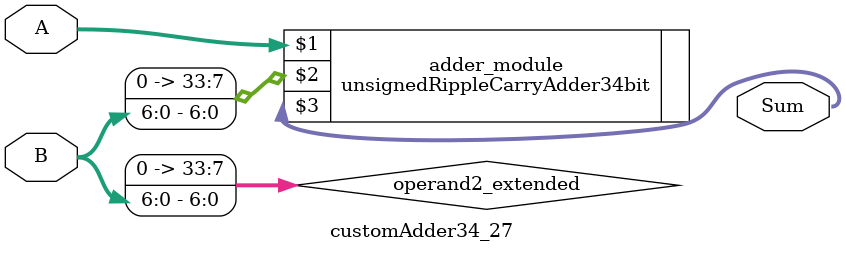
<source format=v>
module customAdder34_27(
                        input [33 : 0] A,
                        input [6 : 0] B,
                        
                        output [34 : 0] Sum
                );

        wire [33 : 0] operand2_extended;
        
        assign operand2_extended =  {27'b0, B};
        
        unsignedRippleCarryAdder34bit adder_module(
            A,
            operand2_extended,
            Sum
        );
        
        endmodule
        
</source>
